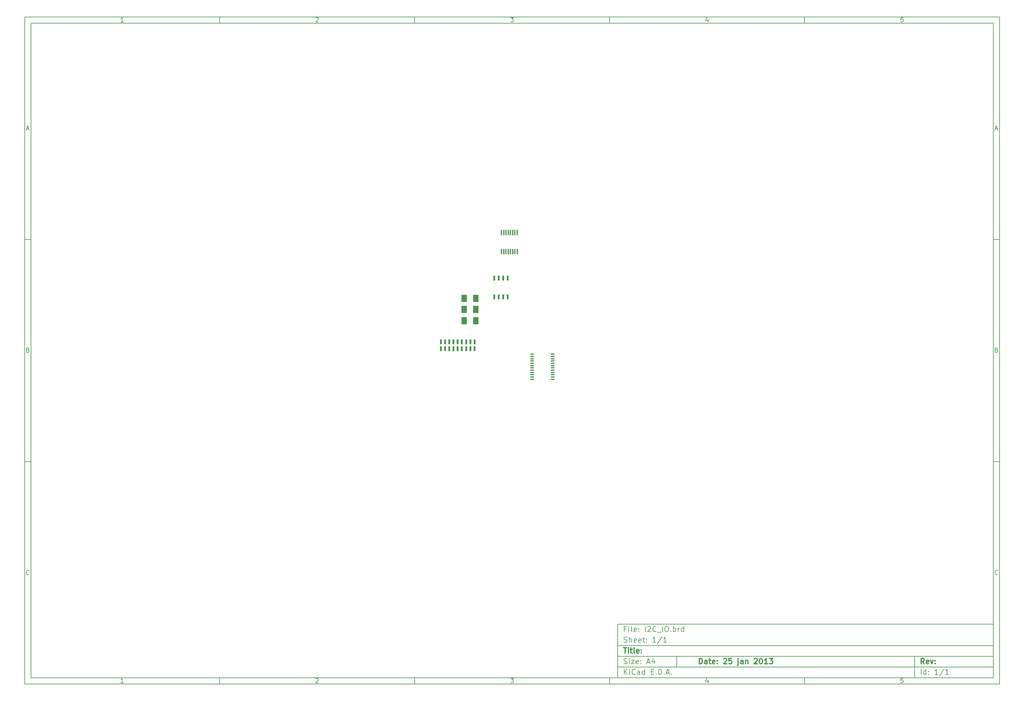
<source format=gtp>
G04 (created by PCBNEW-RS274X (2012-apr-16-27)-stable) date Fri 25 Jan 2013 18:12:53 GMT*
G01*
G70*
G90*
%MOIN*%
G04 Gerber Fmt 3.4, Leading zero omitted, Abs format*
%FSLAX34Y34*%
G04 APERTURE LIST*
%ADD10C,0.006000*%
%ADD11C,0.012000*%
%ADD12R,0.060000X0.080000*%
%ADD13R,0.023600X0.055100*%
%ADD14R,0.017700X0.059000*%
%ADD15R,0.039000X0.012000*%
G04 APERTURE END LIST*
G54D10*
X04000Y-04000D02*
X113000Y-04000D01*
X113000Y-78670D01*
X04000Y-78670D01*
X04000Y-04000D01*
X04700Y-04700D02*
X112300Y-04700D01*
X112300Y-77970D01*
X04700Y-77970D01*
X04700Y-04700D01*
X25800Y-04000D02*
X25800Y-04700D01*
X15043Y-04552D02*
X14757Y-04552D01*
X14900Y-04552D02*
X14900Y-04052D01*
X14852Y-04124D01*
X14805Y-04171D01*
X14757Y-04195D01*
X25800Y-78670D02*
X25800Y-77970D01*
X15043Y-78522D02*
X14757Y-78522D01*
X14900Y-78522D02*
X14900Y-78022D01*
X14852Y-78094D01*
X14805Y-78141D01*
X14757Y-78165D01*
X47600Y-04000D02*
X47600Y-04700D01*
X36557Y-04100D02*
X36581Y-04076D01*
X36629Y-04052D01*
X36748Y-04052D01*
X36795Y-04076D01*
X36819Y-04100D01*
X36843Y-04148D01*
X36843Y-04195D01*
X36819Y-04267D01*
X36533Y-04552D01*
X36843Y-04552D01*
X47600Y-78670D02*
X47600Y-77970D01*
X36557Y-78070D02*
X36581Y-78046D01*
X36629Y-78022D01*
X36748Y-78022D01*
X36795Y-78046D01*
X36819Y-78070D01*
X36843Y-78118D01*
X36843Y-78165D01*
X36819Y-78237D01*
X36533Y-78522D01*
X36843Y-78522D01*
X69400Y-04000D02*
X69400Y-04700D01*
X58333Y-04052D02*
X58643Y-04052D01*
X58476Y-04243D01*
X58548Y-04243D01*
X58595Y-04267D01*
X58619Y-04290D01*
X58643Y-04338D01*
X58643Y-04457D01*
X58619Y-04505D01*
X58595Y-04529D01*
X58548Y-04552D01*
X58405Y-04552D01*
X58357Y-04529D01*
X58333Y-04505D01*
X69400Y-78670D02*
X69400Y-77970D01*
X58333Y-78022D02*
X58643Y-78022D01*
X58476Y-78213D01*
X58548Y-78213D01*
X58595Y-78237D01*
X58619Y-78260D01*
X58643Y-78308D01*
X58643Y-78427D01*
X58619Y-78475D01*
X58595Y-78499D01*
X58548Y-78522D01*
X58405Y-78522D01*
X58357Y-78499D01*
X58333Y-78475D01*
X91200Y-04000D02*
X91200Y-04700D01*
X80395Y-04219D02*
X80395Y-04552D01*
X80276Y-04029D02*
X80157Y-04386D01*
X80467Y-04386D01*
X91200Y-78670D02*
X91200Y-77970D01*
X80395Y-78189D02*
X80395Y-78522D01*
X80276Y-77999D02*
X80157Y-78356D01*
X80467Y-78356D01*
X102219Y-04052D02*
X101981Y-04052D01*
X101957Y-04290D01*
X101981Y-04267D01*
X102029Y-04243D01*
X102148Y-04243D01*
X102195Y-04267D01*
X102219Y-04290D01*
X102243Y-04338D01*
X102243Y-04457D01*
X102219Y-04505D01*
X102195Y-04529D01*
X102148Y-04552D01*
X102029Y-04552D01*
X101981Y-04529D01*
X101957Y-04505D01*
X102219Y-78022D02*
X101981Y-78022D01*
X101957Y-78260D01*
X101981Y-78237D01*
X102029Y-78213D01*
X102148Y-78213D01*
X102195Y-78237D01*
X102219Y-78260D01*
X102243Y-78308D01*
X102243Y-78427D01*
X102219Y-78475D01*
X102195Y-78499D01*
X102148Y-78522D01*
X102029Y-78522D01*
X101981Y-78499D01*
X101957Y-78475D01*
X04000Y-28890D02*
X04700Y-28890D01*
X04231Y-16510D02*
X04469Y-16510D01*
X04184Y-16652D02*
X04350Y-16152D01*
X04517Y-16652D01*
X113000Y-28890D02*
X112300Y-28890D01*
X112531Y-16510D02*
X112769Y-16510D01*
X112484Y-16652D02*
X112650Y-16152D01*
X112817Y-16652D01*
X04000Y-53780D02*
X04700Y-53780D01*
X04386Y-41280D02*
X04457Y-41304D01*
X04481Y-41328D01*
X04505Y-41376D01*
X04505Y-41447D01*
X04481Y-41495D01*
X04457Y-41519D01*
X04410Y-41542D01*
X04219Y-41542D01*
X04219Y-41042D01*
X04386Y-41042D01*
X04433Y-41066D01*
X04457Y-41090D01*
X04481Y-41138D01*
X04481Y-41185D01*
X04457Y-41233D01*
X04433Y-41257D01*
X04386Y-41280D01*
X04219Y-41280D01*
X113000Y-53780D02*
X112300Y-53780D01*
X112686Y-41280D02*
X112757Y-41304D01*
X112781Y-41328D01*
X112805Y-41376D01*
X112805Y-41447D01*
X112781Y-41495D01*
X112757Y-41519D01*
X112710Y-41542D01*
X112519Y-41542D01*
X112519Y-41042D01*
X112686Y-41042D01*
X112733Y-41066D01*
X112757Y-41090D01*
X112781Y-41138D01*
X112781Y-41185D01*
X112757Y-41233D01*
X112733Y-41257D01*
X112686Y-41280D01*
X112519Y-41280D01*
X04505Y-66385D02*
X04481Y-66409D01*
X04410Y-66432D01*
X04362Y-66432D01*
X04290Y-66409D01*
X04243Y-66361D01*
X04219Y-66313D01*
X04195Y-66218D01*
X04195Y-66147D01*
X04219Y-66051D01*
X04243Y-66004D01*
X04290Y-65956D01*
X04362Y-65932D01*
X04410Y-65932D01*
X04481Y-65956D01*
X04505Y-65980D01*
X112805Y-66385D02*
X112781Y-66409D01*
X112710Y-66432D01*
X112662Y-66432D01*
X112590Y-66409D01*
X112543Y-66361D01*
X112519Y-66313D01*
X112495Y-66218D01*
X112495Y-66147D01*
X112519Y-66051D01*
X112543Y-66004D01*
X112590Y-65956D01*
X112662Y-65932D01*
X112710Y-65932D01*
X112781Y-65956D01*
X112805Y-65980D01*
G54D11*
X79443Y-76413D02*
X79443Y-75813D01*
X79586Y-75813D01*
X79671Y-75841D01*
X79729Y-75899D01*
X79757Y-75956D01*
X79786Y-76070D01*
X79786Y-76156D01*
X79757Y-76270D01*
X79729Y-76327D01*
X79671Y-76384D01*
X79586Y-76413D01*
X79443Y-76413D01*
X80300Y-76413D02*
X80300Y-76099D01*
X80271Y-76041D01*
X80214Y-76013D01*
X80100Y-76013D01*
X80043Y-76041D01*
X80300Y-76384D02*
X80243Y-76413D01*
X80100Y-76413D01*
X80043Y-76384D01*
X80014Y-76327D01*
X80014Y-76270D01*
X80043Y-76213D01*
X80100Y-76184D01*
X80243Y-76184D01*
X80300Y-76156D01*
X80500Y-76013D02*
X80729Y-76013D01*
X80586Y-75813D02*
X80586Y-76327D01*
X80614Y-76384D01*
X80672Y-76413D01*
X80729Y-76413D01*
X81157Y-76384D02*
X81100Y-76413D01*
X80986Y-76413D01*
X80929Y-76384D01*
X80900Y-76327D01*
X80900Y-76099D01*
X80929Y-76041D01*
X80986Y-76013D01*
X81100Y-76013D01*
X81157Y-76041D01*
X81186Y-76099D01*
X81186Y-76156D01*
X80900Y-76213D01*
X81443Y-76356D02*
X81471Y-76384D01*
X81443Y-76413D01*
X81414Y-76384D01*
X81443Y-76356D01*
X81443Y-76413D01*
X81443Y-76041D02*
X81471Y-76070D01*
X81443Y-76099D01*
X81414Y-76070D01*
X81443Y-76041D01*
X81443Y-76099D01*
X82157Y-75870D02*
X82186Y-75841D01*
X82243Y-75813D01*
X82386Y-75813D01*
X82443Y-75841D01*
X82472Y-75870D01*
X82500Y-75927D01*
X82500Y-75984D01*
X82472Y-76070D01*
X82129Y-76413D01*
X82500Y-76413D01*
X83043Y-75813D02*
X82757Y-75813D01*
X82728Y-76099D01*
X82757Y-76070D01*
X82814Y-76041D01*
X82957Y-76041D01*
X83014Y-76070D01*
X83043Y-76099D01*
X83071Y-76156D01*
X83071Y-76299D01*
X83043Y-76356D01*
X83014Y-76384D01*
X82957Y-76413D01*
X82814Y-76413D01*
X82757Y-76384D01*
X82728Y-76356D01*
X83785Y-76013D02*
X83785Y-76527D01*
X83756Y-76584D01*
X83699Y-76613D01*
X83671Y-76613D01*
X83785Y-75813D02*
X83756Y-75841D01*
X83785Y-75870D01*
X83813Y-75841D01*
X83785Y-75813D01*
X83785Y-75870D01*
X84328Y-76413D02*
X84328Y-76099D01*
X84299Y-76041D01*
X84242Y-76013D01*
X84128Y-76013D01*
X84071Y-76041D01*
X84328Y-76384D02*
X84271Y-76413D01*
X84128Y-76413D01*
X84071Y-76384D01*
X84042Y-76327D01*
X84042Y-76270D01*
X84071Y-76213D01*
X84128Y-76184D01*
X84271Y-76184D01*
X84328Y-76156D01*
X84614Y-76013D02*
X84614Y-76413D01*
X84614Y-76070D02*
X84642Y-76041D01*
X84700Y-76013D01*
X84785Y-76013D01*
X84842Y-76041D01*
X84871Y-76099D01*
X84871Y-76413D01*
X85585Y-75870D02*
X85614Y-75841D01*
X85671Y-75813D01*
X85814Y-75813D01*
X85871Y-75841D01*
X85900Y-75870D01*
X85928Y-75927D01*
X85928Y-75984D01*
X85900Y-76070D01*
X85557Y-76413D01*
X85928Y-76413D01*
X86299Y-75813D02*
X86356Y-75813D01*
X86413Y-75841D01*
X86442Y-75870D01*
X86471Y-75927D01*
X86499Y-76041D01*
X86499Y-76184D01*
X86471Y-76299D01*
X86442Y-76356D01*
X86413Y-76384D01*
X86356Y-76413D01*
X86299Y-76413D01*
X86242Y-76384D01*
X86213Y-76356D01*
X86185Y-76299D01*
X86156Y-76184D01*
X86156Y-76041D01*
X86185Y-75927D01*
X86213Y-75870D01*
X86242Y-75841D01*
X86299Y-75813D01*
X87070Y-76413D02*
X86727Y-76413D01*
X86899Y-76413D02*
X86899Y-75813D01*
X86842Y-75899D01*
X86784Y-75956D01*
X86727Y-75984D01*
X87270Y-75813D02*
X87641Y-75813D01*
X87441Y-76041D01*
X87527Y-76041D01*
X87584Y-76070D01*
X87613Y-76099D01*
X87641Y-76156D01*
X87641Y-76299D01*
X87613Y-76356D01*
X87584Y-76384D01*
X87527Y-76413D01*
X87355Y-76413D01*
X87298Y-76384D01*
X87270Y-76356D01*
G54D10*
X71043Y-77613D02*
X71043Y-77013D01*
X71386Y-77613D02*
X71129Y-77270D01*
X71386Y-77013D02*
X71043Y-77356D01*
X71643Y-77613D02*
X71643Y-77213D01*
X71643Y-77013D02*
X71614Y-77041D01*
X71643Y-77070D01*
X71671Y-77041D01*
X71643Y-77013D01*
X71643Y-77070D01*
X72272Y-77556D02*
X72243Y-77584D01*
X72157Y-77613D01*
X72100Y-77613D01*
X72015Y-77584D01*
X71957Y-77527D01*
X71929Y-77470D01*
X71900Y-77356D01*
X71900Y-77270D01*
X71929Y-77156D01*
X71957Y-77099D01*
X72015Y-77041D01*
X72100Y-77013D01*
X72157Y-77013D01*
X72243Y-77041D01*
X72272Y-77070D01*
X72786Y-77613D02*
X72786Y-77299D01*
X72757Y-77241D01*
X72700Y-77213D01*
X72586Y-77213D01*
X72529Y-77241D01*
X72786Y-77584D02*
X72729Y-77613D01*
X72586Y-77613D01*
X72529Y-77584D01*
X72500Y-77527D01*
X72500Y-77470D01*
X72529Y-77413D01*
X72586Y-77384D01*
X72729Y-77384D01*
X72786Y-77356D01*
X73329Y-77613D02*
X73329Y-77013D01*
X73329Y-77584D02*
X73272Y-77613D01*
X73158Y-77613D01*
X73100Y-77584D01*
X73072Y-77556D01*
X73043Y-77499D01*
X73043Y-77327D01*
X73072Y-77270D01*
X73100Y-77241D01*
X73158Y-77213D01*
X73272Y-77213D01*
X73329Y-77241D01*
X74072Y-77299D02*
X74272Y-77299D01*
X74358Y-77613D02*
X74072Y-77613D01*
X74072Y-77013D01*
X74358Y-77013D01*
X74615Y-77556D02*
X74643Y-77584D01*
X74615Y-77613D01*
X74586Y-77584D01*
X74615Y-77556D01*
X74615Y-77613D01*
X74901Y-77613D02*
X74901Y-77013D01*
X75044Y-77013D01*
X75129Y-77041D01*
X75187Y-77099D01*
X75215Y-77156D01*
X75244Y-77270D01*
X75244Y-77356D01*
X75215Y-77470D01*
X75187Y-77527D01*
X75129Y-77584D01*
X75044Y-77613D01*
X74901Y-77613D01*
X75501Y-77556D02*
X75529Y-77584D01*
X75501Y-77613D01*
X75472Y-77584D01*
X75501Y-77556D01*
X75501Y-77613D01*
X75758Y-77441D02*
X76044Y-77441D01*
X75701Y-77613D02*
X75901Y-77013D01*
X76101Y-77613D01*
X76301Y-77556D02*
X76329Y-77584D01*
X76301Y-77613D01*
X76272Y-77584D01*
X76301Y-77556D01*
X76301Y-77613D01*
G54D11*
X104586Y-76413D02*
X104386Y-76127D01*
X104243Y-76413D02*
X104243Y-75813D01*
X104471Y-75813D01*
X104529Y-75841D01*
X104557Y-75870D01*
X104586Y-75927D01*
X104586Y-76013D01*
X104557Y-76070D01*
X104529Y-76099D01*
X104471Y-76127D01*
X104243Y-76127D01*
X105071Y-76384D02*
X105014Y-76413D01*
X104900Y-76413D01*
X104843Y-76384D01*
X104814Y-76327D01*
X104814Y-76099D01*
X104843Y-76041D01*
X104900Y-76013D01*
X105014Y-76013D01*
X105071Y-76041D01*
X105100Y-76099D01*
X105100Y-76156D01*
X104814Y-76213D01*
X105300Y-76013D02*
X105443Y-76413D01*
X105585Y-76013D01*
X105814Y-76356D02*
X105842Y-76384D01*
X105814Y-76413D01*
X105785Y-76384D01*
X105814Y-76356D01*
X105814Y-76413D01*
X105814Y-76041D02*
X105842Y-76070D01*
X105814Y-76099D01*
X105785Y-76070D01*
X105814Y-76041D01*
X105814Y-76099D01*
G54D10*
X71014Y-76384D02*
X71100Y-76413D01*
X71243Y-76413D01*
X71300Y-76384D01*
X71329Y-76356D01*
X71357Y-76299D01*
X71357Y-76241D01*
X71329Y-76184D01*
X71300Y-76156D01*
X71243Y-76127D01*
X71129Y-76099D01*
X71071Y-76070D01*
X71043Y-76041D01*
X71014Y-75984D01*
X71014Y-75927D01*
X71043Y-75870D01*
X71071Y-75841D01*
X71129Y-75813D01*
X71271Y-75813D01*
X71357Y-75841D01*
X71614Y-76413D02*
X71614Y-76013D01*
X71614Y-75813D02*
X71585Y-75841D01*
X71614Y-75870D01*
X71642Y-75841D01*
X71614Y-75813D01*
X71614Y-75870D01*
X71843Y-76013D02*
X72157Y-76013D01*
X71843Y-76413D01*
X72157Y-76413D01*
X72614Y-76384D02*
X72557Y-76413D01*
X72443Y-76413D01*
X72386Y-76384D01*
X72357Y-76327D01*
X72357Y-76099D01*
X72386Y-76041D01*
X72443Y-76013D01*
X72557Y-76013D01*
X72614Y-76041D01*
X72643Y-76099D01*
X72643Y-76156D01*
X72357Y-76213D01*
X72900Y-76356D02*
X72928Y-76384D01*
X72900Y-76413D01*
X72871Y-76384D01*
X72900Y-76356D01*
X72900Y-76413D01*
X72900Y-76041D02*
X72928Y-76070D01*
X72900Y-76099D01*
X72871Y-76070D01*
X72900Y-76041D01*
X72900Y-76099D01*
X73614Y-76241D02*
X73900Y-76241D01*
X73557Y-76413D02*
X73757Y-75813D01*
X73957Y-76413D01*
X74414Y-76013D02*
X74414Y-76413D01*
X74271Y-75784D02*
X74128Y-76213D01*
X74500Y-76213D01*
X104243Y-77613D02*
X104243Y-77013D01*
X104786Y-77613D02*
X104786Y-77013D01*
X104786Y-77584D02*
X104729Y-77613D01*
X104615Y-77613D01*
X104557Y-77584D01*
X104529Y-77556D01*
X104500Y-77499D01*
X104500Y-77327D01*
X104529Y-77270D01*
X104557Y-77241D01*
X104615Y-77213D01*
X104729Y-77213D01*
X104786Y-77241D01*
X105072Y-77556D02*
X105100Y-77584D01*
X105072Y-77613D01*
X105043Y-77584D01*
X105072Y-77556D01*
X105072Y-77613D01*
X105072Y-77241D02*
X105100Y-77270D01*
X105072Y-77299D01*
X105043Y-77270D01*
X105072Y-77241D01*
X105072Y-77299D01*
X106129Y-77613D02*
X105786Y-77613D01*
X105958Y-77613D02*
X105958Y-77013D01*
X105901Y-77099D01*
X105843Y-77156D01*
X105786Y-77184D01*
X106814Y-76984D02*
X106300Y-77756D01*
X107329Y-77613D02*
X106986Y-77613D01*
X107158Y-77613D02*
X107158Y-77013D01*
X107101Y-77099D01*
X107043Y-77156D01*
X106986Y-77184D01*
G54D11*
X70957Y-74613D02*
X71300Y-74613D01*
X71129Y-75213D02*
X71129Y-74613D01*
X71500Y-75213D02*
X71500Y-74813D01*
X71500Y-74613D02*
X71471Y-74641D01*
X71500Y-74670D01*
X71528Y-74641D01*
X71500Y-74613D01*
X71500Y-74670D01*
X71700Y-74813D02*
X71929Y-74813D01*
X71786Y-74613D02*
X71786Y-75127D01*
X71814Y-75184D01*
X71872Y-75213D01*
X71929Y-75213D01*
X72215Y-75213D02*
X72157Y-75184D01*
X72129Y-75127D01*
X72129Y-74613D01*
X72671Y-75184D02*
X72614Y-75213D01*
X72500Y-75213D01*
X72443Y-75184D01*
X72414Y-75127D01*
X72414Y-74899D01*
X72443Y-74841D01*
X72500Y-74813D01*
X72614Y-74813D01*
X72671Y-74841D01*
X72700Y-74899D01*
X72700Y-74956D01*
X72414Y-75013D01*
X72957Y-75156D02*
X72985Y-75184D01*
X72957Y-75213D01*
X72928Y-75184D01*
X72957Y-75156D01*
X72957Y-75213D01*
X72957Y-74841D02*
X72985Y-74870D01*
X72957Y-74899D01*
X72928Y-74870D01*
X72957Y-74841D01*
X72957Y-74899D01*
G54D10*
X71243Y-72499D02*
X71043Y-72499D01*
X71043Y-72813D02*
X71043Y-72213D01*
X71329Y-72213D01*
X71557Y-72813D02*
X71557Y-72413D01*
X71557Y-72213D02*
X71528Y-72241D01*
X71557Y-72270D01*
X71585Y-72241D01*
X71557Y-72213D01*
X71557Y-72270D01*
X71929Y-72813D02*
X71871Y-72784D01*
X71843Y-72727D01*
X71843Y-72213D01*
X72385Y-72784D02*
X72328Y-72813D01*
X72214Y-72813D01*
X72157Y-72784D01*
X72128Y-72727D01*
X72128Y-72499D01*
X72157Y-72441D01*
X72214Y-72413D01*
X72328Y-72413D01*
X72385Y-72441D01*
X72414Y-72499D01*
X72414Y-72556D01*
X72128Y-72613D01*
X72671Y-72756D02*
X72699Y-72784D01*
X72671Y-72813D01*
X72642Y-72784D01*
X72671Y-72756D01*
X72671Y-72813D01*
X72671Y-72441D02*
X72699Y-72470D01*
X72671Y-72499D01*
X72642Y-72470D01*
X72671Y-72441D01*
X72671Y-72499D01*
X73414Y-72813D02*
X73414Y-72213D01*
X73671Y-72270D02*
X73700Y-72241D01*
X73757Y-72213D01*
X73900Y-72213D01*
X73957Y-72241D01*
X73986Y-72270D01*
X74014Y-72327D01*
X74014Y-72384D01*
X73986Y-72470D01*
X73643Y-72813D01*
X74014Y-72813D01*
X74614Y-72756D02*
X74585Y-72784D01*
X74499Y-72813D01*
X74442Y-72813D01*
X74357Y-72784D01*
X74299Y-72727D01*
X74271Y-72670D01*
X74242Y-72556D01*
X74242Y-72470D01*
X74271Y-72356D01*
X74299Y-72299D01*
X74357Y-72241D01*
X74442Y-72213D01*
X74499Y-72213D01*
X74585Y-72241D01*
X74614Y-72270D01*
X74728Y-72870D02*
X75185Y-72870D01*
X75328Y-72813D02*
X75328Y-72213D01*
X75728Y-72213D02*
X75842Y-72213D01*
X75900Y-72241D01*
X75957Y-72299D01*
X75985Y-72413D01*
X75985Y-72613D01*
X75957Y-72727D01*
X75900Y-72784D01*
X75842Y-72813D01*
X75728Y-72813D01*
X75671Y-72784D01*
X75614Y-72727D01*
X75585Y-72613D01*
X75585Y-72413D01*
X75614Y-72299D01*
X75671Y-72241D01*
X75728Y-72213D01*
X76243Y-72756D02*
X76271Y-72784D01*
X76243Y-72813D01*
X76214Y-72784D01*
X76243Y-72756D01*
X76243Y-72813D01*
X76529Y-72813D02*
X76529Y-72213D01*
X76529Y-72441D02*
X76586Y-72413D01*
X76700Y-72413D01*
X76757Y-72441D01*
X76786Y-72470D01*
X76815Y-72527D01*
X76815Y-72699D01*
X76786Y-72756D01*
X76757Y-72784D01*
X76700Y-72813D01*
X76586Y-72813D01*
X76529Y-72784D01*
X77072Y-72813D02*
X77072Y-72413D01*
X77072Y-72527D02*
X77100Y-72470D01*
X77129Y-72441D01*
X77186Y-72413D01*
X77243Y-72413D01*
X77700Y-72813D02*
X77700Y-72213D01*
X77700Y-72784D02*
X77643Y-72813D01*
X77529Y-72813D01*
X77471Y-72784D01*
X77443Y-72756D01*
X77414Y-72699D01*
X77414Y-72527D01*
X77443Y-72470D01*
X77471Y-72441D01*
X77529Y-72413D01*
X77643Y-72413D01*
X77700Y-72441D01*
X71014Y-73984D02*
X71100Y-74013D01*
X71243Y-74013D01*
X71300Y-73984D01*
X71329Y-73956D01*
X71357Y-73899D01*
X71357Y-73841D01*
X71329Y-73784D01*
X71300Y-73756D01*
X71243Y-73727D01*
X71129Y-73699D01*
X71071Y-73670D01*
X71043Y-73641D01*
X71014Y-73584D01*
X71014Y-73527D01*
X71043Y-73470D01*
X71071Y-73441D01*
X71129Y-73413D01*
X71271Y-73413D01*
X71357Y-73441D01*
X71614Y-74013D02*
X71614Y-73413D01*
X71871Y-74013D02*
X71871Y-73699D01*
X71842Y-73641D01*
X71785Y-73613D01*
X71700Y-73613D01*
X71642Y-73641D01*
X71614Y-73670D01*
X72385Y-73984D02*
X72328Y-74013D01*
X72214Y-74013D01*
X72157Y-73984D01*
X72128Y-73927D01*
X72128Y-73699D01*
X72157Y-73641D01*
X72214Y-73613D01*
X72328Y-73613D01*
X72385Y-73641D01*
X72414Y-73699D01*
X72414Y-73756D01*
X72128Y-73813D01*
X72899Y-73984D02*
X72842Y-74013D01*
X72728Y-74013D01*
X72671Y-73984D01*
X72642Y-73927D01*
X72642Y-73699D01*
X72671Y-73641D01*
X72728Y-73613D01*
X72842Y-73613D01*
X72899Y-73641D01*
X72928Y-73699D01*
X72928Y-73756D01*
X72642Y-73813D01*
X73099Y-73613D02*
X73328Y-73613D01*
X73185Y-73413D02*
X73185Y-73927D01*
X73213Y-73984D01*
X73271Y-74013D01*
X73328Y-74013D01*
X73528Y-73956D02*
X73556Y-73984D01*
X73528Y-74013D01*
X73499Y-73984D01*
X73528Y-73956D01*
X73528Y-74013D01*
X73528Y-73641D02*
X73556Y-73670D01*
X73528Y-73699D01*
X73499Y-73670D01*
X73528Y-73641D01*
X73528Y-73699D01*
X74585Y-74013D02*
X74242Y-74013D01*
X74414Y-74013D02*
X74414Y-73413D01*
X74357Y-73499D01*
X74299Y-73556D01*
X74242Y-73584D01*
X75270Y-73384D02*
X74756Y-74156D01*
X75785Y-74013D02*
X75442Y-74013D01*
X75614Y-74013D02*
X75614Y-73413D01*
X75557Y-73499D01*
X75499Y-73556D01*
X75442Y-73584D01*
X70300Y-71970D02*
X70300Y-77970D01*
X70300Y-71970D02*
X112300Y-71970D01*
X70300Y-71970D02*
X112300Y-71970D01*
X70300Y-74370D02*
X112300Y-74370D01*
X103500Y-75570D02*
X103500Y-77970D01*
X70300Y-76770D02*
X112300Y-76770D01*
X70300Y-75570D02*
X112300Y-75570D01*
X76900Y-75570D02*
X76900Y-76770D01*
G54D12*
X54450Y-35500D03*
X53150Y-35500D03*
X54450Y-38000D03*
X53150Y-38000D03*
X54450Y-36750D03*
X53150Y-36750D03*
G54D13*
X56500Y-33250D03*
X56500Y-35350D03*
X57000Y-33250D03*
X57500Y-33250D03*
X58000Y-33250D03*
X57000Y-35350D03*
X57500Y-35350D03*
X58000Y-35350D03*
X53838Y-40356D03*
X53838Y-41144D03*
X52892Y-40356D03*
X52892Y-41144D03*
X52419Y-40356D03*
X53364Y-41144D03*
X53364Y-40356D03*
X54310Y-41144D03*
X52419Y-41144D03*
X54310Y-40356D03*
X51947Y-40356D03*
X50530Y-41144D03*
X51947Y-41144D03*
X51474Y-40356D03*
X51474Y-41144D03*
X50530Y-40356D03*
X51002Y-41144D03*
X51002Y-40356D03*
G54D14*
X57325Y-30259D03*
X57575Y-30259D03*
X57825Y-30259D03*
X58075Y-30259D03*
X58325Y-30259D03*
X58575Y-30259D03*
X58825Y-30259D03*
X59075Y-30259D03*
X59075Y-28141D03*
X58825Y-28141D03*
X58575Y-28141D03*
X58325Y-28141D03*
X58075Y-28141D03*
X57825Y-28141D03*
X57575Y-28141D03*
X57325Y-28141D03*
G54D15*
X63048Y-44557D03*
X63048Y-44301D03*
X63048Y-44045D03*
X63048Y-43789D03*
X63048Y-43533D03*
X63048Y-43277D03*
X63048Y-43023D03*
X63048Y-42767D03*
X63048Y-42511D03*
X63048Y-42255D03*
X63048Y-41999D03*
X63048Y-41743D03*
X60752Y-41743D03*
X60752Y-41999D03*
X60752Y-42255D03*
X60752Y-42511D03*
X60752Y-42767D03*
X60752Y-43023D03*
X60752Y-43277D03*
X60752Y-43533D03*
X60752Y-43789D03*
X60752Y-44045D03*
X60752Y-44301D03*
X60752Y-44557D03*
M02*

</source>
